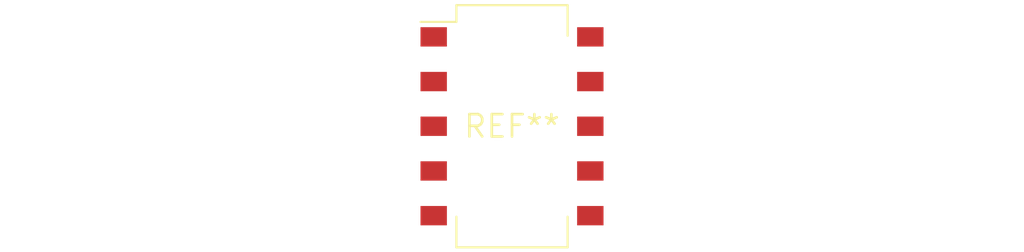
<source format=kicad_pcb>
(kicad_pcb (version 20240108) (generator pcbnew)
  (layers (0 "F.Cu" signal) (31 "B.Cu" signal) (34 "B.Paste" user) (35 "F.Paste" user) (36 "B.SilkS" user "B.Silkscreen") (37 "F.SilkS" user "F.Silkscreen") (38 "B.Mask" user) (39 "F.Mask" user) (44 "Edge.Cuts" user))
  (net 0 "")
  (footprint "SW_DIP_SPSTx05_Slide_Omron_A6S-510x_W8.9mm_P2.54mm" (layer "F.Cu") (at 0 0)
    (property "Reference" "REF**")
    (property "Value" "SW_DIP_SPSTx05_Slide_Omron_A6S-510x_W8.9mm_P2.54mm")
    (fp_line (start -5.2 -5.931) (end -3.16 -5.931) (layer "F.SilkS") (stroke (width 0.12)))
    (fp_line (start -3.16 -6.88) (end -3.16 -5.931) (layer "F.SilkS") (stroke (width 0.12)))
    (fp_line (start -3.16 -6.88) (end 3.16 -6.88) (layer "F.SilkS") (stroke (width 0.12)))
    (fp_line (start -3.16 5.14) (end -3.16 6.88) (layer "F.SilkS") (stroke (width 0.12)))
    (fp_line (start -3.16 6.88) (end 3.16 6.88) (layer "F.SilkS") (stroke (width 0.12)))
    (fp_line (start 3.16 -6.88) (end 3.16 -5.141) (layer "F.SilkS") (stroke (width 0.12)))
    (fp_line (start 3.16 5.14) (end 3.16 6.88) (layer "F.SilkS") (stroke (width 0.12)))
    (pad "1" smd rect (at -4.45 -5.08) (size 1.5 1.1) (layers "F.Cu" "F.Paste" "F.Mask"))
    (pad "2" smd rect (at -4.45 -2.54) (size 1.5 1.1) (layers "F.Cu" "F.Paste" "F.Mask"))
    (pad "3" smd rect (at -4.45 0) (size 1.5 1.1) (layers "F.Cu" "F.Paste" "F.Mask"))
    (pad "4" smd rect (at -4.45 2.54) (size 1.5 1.1) (layers "F.Cu" "F.Paste" "F.Mask"))
    (pad "5" smd rect (at -4.45 5.08) (size 1.5 1.1) (layers "F.Cu" "F.Paste" "F.Mask"))
    (pad "6" smd rect (at 4.45 5.08) (size 1.5 1.1) (layers "F.Cu" "F.Paste" "F.Mask"))
    (pad "7" smd rect (at 4.45 2.54) (size 1.5 1.1) (layers "F.Cu" "F.Paste" "F.Mask"))
    (pad "8" smd rect (at 4.45 0) (size 1.5 1.1) (layers "F.Cu" "F.Paste" "F.Mask"))
    (pad "9" smd rect (at 4.45 -2.54) (size 1.5 1.1) (layers "F.Cu" "F.Paste" "F.Mask"))
    (pad "10" smd rect (at 4.45 -5.08) (size 1.5 1.1) (layers "F.Cu" "F.Paste" "F.Mask"))
  )
)
</source>
